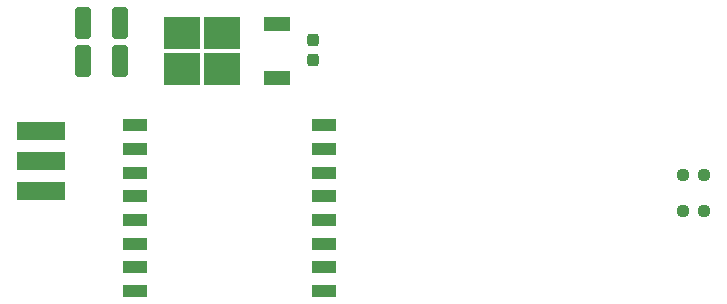
<source format=gbr>
%TF.GenerationSoftware,KiCad,Pcbnew,6.0.2+dfsg-1*%
%TF.CreationDate,2022-08-30T22:44:58-05:00*%
%TF.ProjectId,Rocket Tracker,526f636b-6574-4205-9472-61636b65722e,rev?*%
%TF.SameCoordinates,Original*%
%TF.FileFunction,Paste,Bot*%
%TF.FilePolarity,Positive*%
%FSLAX46Y46*%
G04 Gerber Fmt 4.6, Leading zero omitted, Abs format (unit mm)*
G04 Created by KiCad (PCBNEW 6.0.2+dfsg-1) date 2022-08-30 22:44:58*
%MOMM*%
%LPD*%
G01*
G04 APERTURE LIST*
G04 Aperture macros list*
%AMRoundRect*
0 Rectangle with rounded corners*
0 $1 Rounding radius*
0 $2 $3 $4 $5 $6 $7 $8 $9 X,Y pos of 4 corners*
0 Add a 4 corners polygon primitive as box body*
4,1,4,$2,$3,$4,$5,$6,$7,$8,$9,$2,$3,0*
0 Add four circle primitives for the rounded corners*
1,1,$1+$1,$2,$3*
1,1,$1+$1,$4,$5*
1,1,$1+$1,$6,$7*
1,1,$1+$1,$8,$9*
0 Add four rect primitives between the rounded corners*
20,1,$1+$1,$2,$3,$4,$5,0*
20,1,$1+$1,$4,$5,$6,$7,0*
20,1,$1+$1,$6,$7,$8,$9,0*
20,1,$1+$1,$8,$9,$2,$3,0*%
G04 Aperture macros list end*
%ADD10RoundRect,0.237500X0.250000X0.237500X-0.250000X0.237500X-0.250000X-0.237500X0.250000X-0.237500X0*%
%ADD11RoundRect,0.237500X0.237500X-0.300000X0.237500X0.300000X-0.237500X0.300000X-0.237500X-0.300000X0*%
%ADD12R,3.050000X2.750000*%
%ADD13R,2.200000X1.200000*%
%ADD14R,4.060000X1.520000*%
%ADD15R,2.000000X1.000000*%
%ADD16RoundRect,0.250000X0.412500X1.100000X-0.412500X1.100000X-0.412500X-1.100000X0.412500X-1.100000X0*%
G04 APERTURE END LIST*
D10*
%TO.C,R1*%
X128212500Y-101200000D03*
X126387500Y-101200000D03*
%TD*%
D11*
%TO.C,C2*%
X95100000Y-91462500D03*
X95100000Y-89737500D03*
%TD*%
D12*
%TO.C,U5*%
X87375000Y-89175000D03*
X84025000Y-92225000D03*
X84025000Y-89175000D03*
X87375000Y-92225000D03*
D13*
X92000000Y-88420000D03*
X92000000Y-92980000D03*
%TD*%
D10*
%TO.C,R2*%
X128212500Y-104200000D03*
X126387500Y-104200000D03*
%TD*%
D14*
%TO.C,J4*%
X72080000Y-100000000D03*
X72080000Y-97460000D03*
X72080000Y-102540000D03*
%TD*%
D15*
%TO.C,U2*%
X80000000Y-111000000D03*
X80000000Y-109000000D03*
X80000000Y-107000000D03*
X80000000Y-105000000D03*
X80000000Y-103000000D03*
X80000000Y-101000000D03*
X80000000Y-99000000D03*
X80000000Y-97000000D03*
X96000000Y-97000000D03*
X96000000Y-99000000D03*
X96000000Y-101000000D03*
X96000000Y-103000000D03*
X96000000Y-105000000D03*
X96000000Y-107000000D03*
X96000000Y-109000000D03*
X96000000Y-111000000D03*
%TD*%
D16*
%TO.C,C1*%
X78762500Y-91500000D03*
X75637500Y-91500000D03*
%TD*%
%TO.C,C3*%
X78762500Y-88300000D03*
X75637500Y-88300000D03*
%TD*%
M02*

</source>
